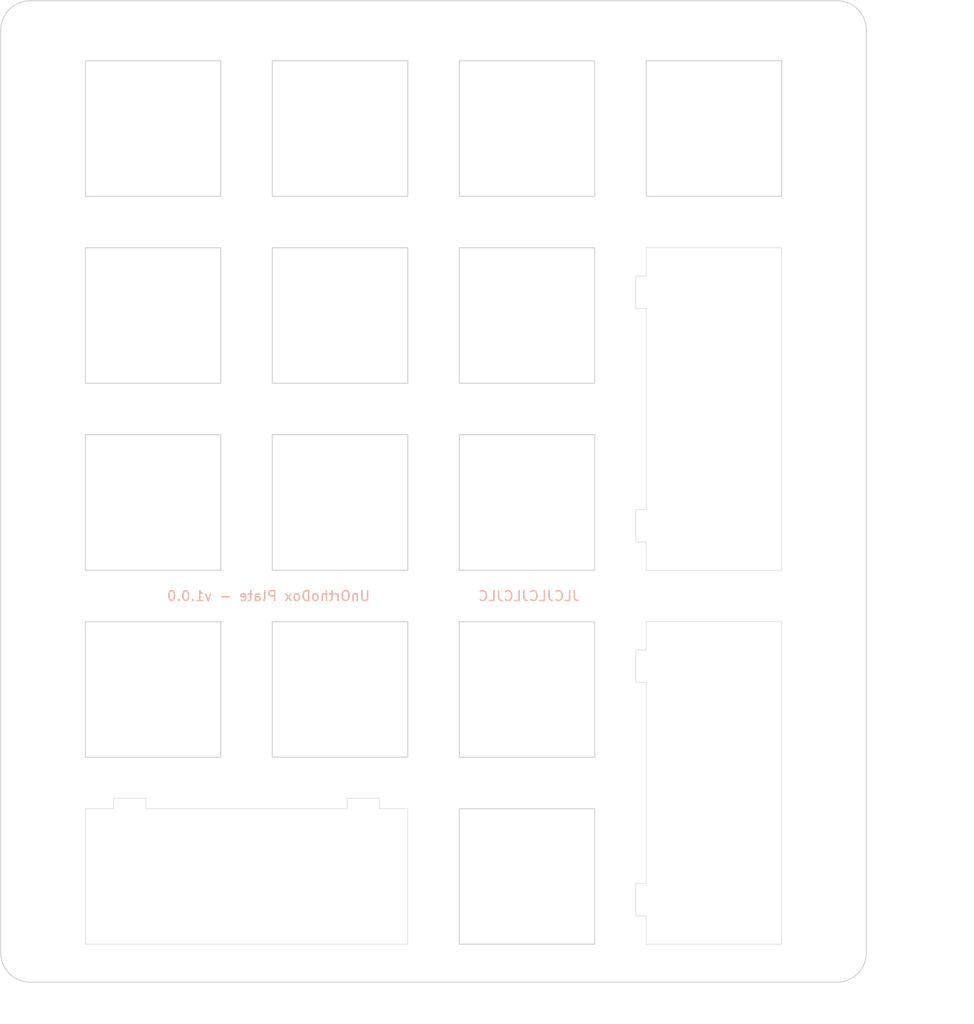
<source format=kicad_pcb>
(kicad_pcb (version 20221018) (generator pcbnew)
  (title_block (title "UnOrhtoDox Plate") (date "2023-07-11") (rev "v1.0.0") (company "Tweety's Wild Thinking") (comment 1 "Markus Knutsson <markus.knutsson@tweety.se>") (comment 2 "https://github.com/TweetyDaBird") (comment 3 "Licensed under Creative Commons BY-SA 4.0 International "))
  (layers (0 "F.Cu" signal) (31 "B.Cu" signal) (34 "B.Paste" user) (35 "F.Paste" user) (36 "B.SilkS" user "B.Silkscreen") (37 "F.SilkS" user "F.Silkscreen") (38 "B.Mask" user) (39 "F.Mask" user) (44 "Edge.Cuts" user))
  (net 0 "")
  (footprint "Keyboard_Plate:SW_MX_Plate_Placeholder_nodrill_NOBORDER" (layer "F.Cu") (at 157.89 99.81)
    (fp_text reference "SW15" hide)
    (fp_text value "SW_MX_HotSwap" hide)
    (fp_line (start -6.9 -6.9) (end -6.9 6.9) (stroke (width 0.1)) (layer "Edge.Cuts"))
    (fp_line (start -6.9 6.9) (end 6.9 6.9) (stroke (width 0.1)) (layer "Edge.Cuts"))
    (fp_line (start 6.9 -6.9) (end -6.9 -6.9) (stroke (width 0.1)) (layer "Edge.Cuts"))
    (fp_line (start 6.9 6.9) (end 6.9 -6.9) (stroke (width 0.1)) (layer "Edge.Cuts"))
  )
  (footprint "Keyboard_Plate:SW_MX_Plate_Placeholder_nodrill_NOBORDER" (layer "F.Cu") (at 138.84 42.66)
    (fp_text reference "SW2" hide)
    (fp_text value "SW_MX_HotSwap" hide)
    (fp_line (start -6.9 -6.9) (end -6.9 6.9) (stroke (width 0.1)) (layer "Edge.Cuts"))
    (fp_line (start -6.9 6.9) (end 6.9 6.9) (stroke (width 0.1)) (layer "Edge.Cuts"))
    (fp_line (start 6.9 -6.9) (end -6.9 -6.9) (stroke (width 0.1)) (layer "Edge.Cuts"))
    (fp_line (start 6.9 6.9) (end 6.9 -6.9) (stroke (width 0.1)) (layer "Edge.Cuts"))
  )
  (footprint "Keyboard_Plate:Spacer Plate hole" (layer "F.Cu") (at 107.265 126.635)
    (fp_text reference "H2" hide)
    (fp_text value "Spacer_PCB" hide)
    (pad "" np_thru_hole circle (at 0 0) (size 2.5 2.5) (drill 2.5) (layers "*.Cu" "*.Mask"))
  )
  (footprint "Keyboard_Plate:Spacer Plate hole" (layer "F.Cu") (at 189.465 126.635)
    (fp_text reference "H4" hide)
    (fp_text value "Spacer_PCB" hide)
    (pad "" np_thru_hole circle (at 0 0) (size 2.5 2.5) (drill 2.5) (layers "*.Cu" "*.Mask"))
  )
  (footprint "Keyboard_Plate:SW_MX_Plate_Placeholder_nodrill_NOBORDER" (layer "F.Cu") (at 119.79 61.71)
    (fp_text reference "SW5" hide)
    (fp_text value "SW_MX_HotSwap" hide)
    (fp_line (start -6.9 -6.9) (end -6.9 6.9) (stroke (width 0.1)) (layer "Edge.Cuts"))
    (fp_line (start -6.9 6.9) (end 6.9 6.9) (stroke (width 0.1)) (layer "Edge.Cuts"))
    (fp_line (start 6.9 -6.9) (end -6.9 -6.9) (stroke (width 0.1)) (layer "Edge.Cuts"))
    (fp_line (start 6.9 6.9) (end 6.9 -6.9) (stroke (width 0.1)) (layer "Edge.Cuts"))
  )
  (footprint "Keyboard_Plate:SW_MX_Plate_Placeholder_nodrill_NOBORDER" (layer "F.Cu") (at 176.94 42.66)
    (fp_text reference "SW4" hide)
    (fp_text value "SW_MX_HotSwap" hide)
    (fp_line (start -6.9 -6.9) (end -6.9 6.9) (stroke (width 0.1)) (layer "Edge.Cuts"))
    (fp_line (start -6.9 6.9) (end 6.9 6.9) (stroke (width 0.1)) (layer "Edge.Cuts"))
    (fp_line (start 6.9 -6.9) (end -6.9 -6.9) (stroke (width 0.1)) (layer "Edge.Cuts"))
    (fp_line (start 6.9 6.9) (end 6.9 -6.9) (stroke (width 0.1)) (layer "Edge.Cuts"))
  )
  (footprint "Keyboard_Plate:SW_MX_Plate_Placeholder_nodrill_NOBORDER" (layer "F.Cu") (at 157.89 118.86)
    (fp_text reference "SW19" hide)
    (fp_text value "SW_MX_HotSwap" hide)
    (fp_line (start -6.9 -6.9) (end -6.9 6.9) (stroke (width 0.1)) (layer "Edge.Cuts"))
    (fp_line (start -6.9 6.9) (end 6.9 6.9) (stroke (width 0.1)) (layer "Edge.Cuts"))
    (fp_line (start 6.9 -6.9) (end -6.9 -6.9) (stroke (width 0.1)) (layer "Edge.Cuts"))
    (fp_line (start 6.9 6.9) (end 6.9 -6.9) (stroke (width 0.1)) (layer "Edge.Cuts"))
  )
  (footprint "Keyboard_Plate:SW_MX_Plate_Placeholder_nodrill_NOBORDER" (layer "F.Cu") (at 138.84 99.81)
    (fp_text reference "SW14" hide)
    (fp_text value "SW_MX_HotSwap" hide)
    (fp_line (start -6.9 -6.9) (end -6.9 6.9) (stroke (width 0.1)) (layer "Edge.Cuts"))
    (fp_line (start -6.9 6.9) (end 6.9 6.9) (stroke (width 0.1)) (layer "Edge.Cuts"))
    (fp_line (start 6.9 -6.9) (end -6.9 -6.9) (stroke (width 0.1)) (layer "Edge.Cuts"))
    (fp_line (start 6.9 6.9) (end 6.9 -6.9) (stroke (width 0.1)) (layer "Edge.Cuts"))
  )
  (footprint "Keyboard_Plate:SW_MX_Plate_Placeholder_nodrill_NOBORDER" (layer "F.Cu") (at 138.84 80.76)
    (fp_text reference "SW10" hide)
    (fp_text value "SW_MX_HotSwap" hide)
    (fp_line (start -6.9 -6.9) (end -6.9 6.9) (stroke (width 0.1)) (layer "Edge.Cuts"))
    (fp_line (start -6.9 6.9) (end 6.9 6.9) (stroke (width 0.1)) (layer "Edge.Cuts"))
    (fp_line (start 6.9 -6.9) (end -6.9 -6.9) (stroke (width 0.1)) (layer "Edge.Cuts"))
    (fp_line (start 6.9 6.9) (end 6.9 -6.9) (stroke (width 0.1)) (layer "Edge.Cuts"))
  )
  (footprint "Keyboard_Plate:SW_MX_Plate_Placeholder_nodrill_NOBORDER" (layer "F.Cu") (at 119.79 80.76)
    (fp_text reference "SW9" hide)
    (fp_text value "SW_MX_HotSwap" hide)
    (fp_line (start -6.9 -6.9) (end -6.9 6.9) (stroke (width 0.1)) (layer "Edge.Cuts"))
    (fp_line (start -6.9 6.9) (end 6.9 6.9) (stroke (width 0.1)) (layer "Edge.Cuts"))
    (fp_line (start 6.9 -6.9) (end -6.9 -6.9) (stroke (width 0.1)) (layer "Edge.Cuts"))
    (fp_line (start 6.9 6.9) (end 6.9 -6.9) (stroke (width 0.1)) (layer "Edge.Cuts"))
  )
  (footprint "Keyboard_Plate:Spacer Plate hole" (layer "F.Cu") (at 189.465 32.635)
    (fp_text reference "H3" hide)
    (fp_text value "Spacer_PCB" hide)
    (pad "" np_thru_hole circle (at 0 0) (size 2.5 2.5) (drill 2.5) (layers "*.Cu" "*.Mask"))
  )
  (footprint "Keyboard_Plate:Stabilizer_Cherry_MX_2.00u_PLate_1_2" (layer "F.Cu") (at 129.315 118.86 180)
    (fp_text reference "ST1" hide)
    (fp_text value "Stabilizer_2u_MX")
    (fp_line (start -16.425 -6.9) (end -16.425 6.9) (stroke (width 0.05)) (layer "Edge.Cuts"))
    (fp_line (start -16.425 -6.9) (end 16.425 -6.9) (stroke (width 0.05)) (layer "Edge.Cuts"))
    (fp_line (start -13.55 6.9) (end -16.425 6.9) (stroke (width 0.05)) (layer "Edge.Cuts"))
    (fp_line (start -13.55 7.97) (end -13.55 6.9) (stroke (width 0.05)) (layer "Edge.Cuts"))
    (fp_line (start -10.25 6.9) (end 10.25 6.9) (stroke (width 0.05)) (layer "Edge.Cuts"))
    (fp_line (start -10.25 7.97) (end -13.55 7.97) (stroke (width 0.05)) (layer "Edge.Cuts"))
    (fp_line (start -10.25 7.97) (end -10.25 6.9) (stroke (width 0.05)) (layer "Edge.Cuts"))
    (fp_line (start 10.25 7.97) (end 10.25 6.9) (stroke (width 0.05)) (layer "Edge.Cuts"))
    (fp_line (start 10.25 7.97) (end 13.55 7.97) (stroke (width 0.05)) (layer "Edge.Cuts"))
    (fp_line (start 13.55 6.9) (end 16.425 6.9) (stroke (width 0.05)) (layer "Edge.Cuts"))
    (fp_line (start 13.55 7.97) (end 13.55 6.9) (stroke (width 0.05)) (layer "Edge.Cuts"))
    (fp_line (start 16.425 -6.9) (end 16.425 6.9) (stroke (width 0.05)) (layer "Edge.Cuts"))
  )
  (footprint "Keyboard_Plate:SW_MX_Plate_Placeholder_nodrill_NOBORDER" (layer "F.Cu") (at 119.79 42.66)
    (fp_text reference "SW1" hide)
    (fp_text value "SW_MX_HotSwap" hide)
    (fp_line (start -6.9 -6.9) (end -6.9 6.9) (stroke (width 0.1)) (layer "Edge.Cuts"))
    (fp_line (start -6.9 6.9) (end 6.9 6.9) (stroke (width 0.1)) (layer "Edge.Cuts"))
    (fp_line (start 6.9 -6.9) (end -6.9 -6.9) (stroke (width 0.1)) (layer "Edge.Cuts"))
    (fp_line (start 6.9 6.9) (end 6.9 -6.9) (stroke (width 0.1)) (layer "Edge.Cuts"))
  )
  (footprint "Keyboard_Plate:Spacer Plate hole" (layer "F.Cu") (at 107.27 32.64 90)
    (fp_text reference "H1" hide)
    (fp_text value "Spacer_PCB" hide)
    (pad "" np_thru_hole circle (at 0 0 90) (size 2.5 2.5) (drill 2.5) (layers "*.Cu" "*.Mask"))
  )
  (footprint "Keyboard_Plate:Stabilizer_Cherry_MX_2.00u_PLate_1_2" (layer "F.Cu") (at 176.94 71.235 -90)
    (fp_text reference "ST2" hide)
    (fp_text value "Stabilizer_2u_MX")
    (fp_line (start -16.425 -6.9) (end -16.425 6.9) (stroke (width 0.05)) (layer "Edge.Cuts"))
    (fp_line (start -16.425 -6.9) (end 16.425 -6.9) (stroke (width 0.05)) (layer "Edge.Cuts"))
    (fp_line (start -13.55 6.9) (end -16.425 6.9) (stroke (width 0.05)) (layer "Edge.Cuts"))
    (fp_line (start -13.55 7.97) (end -13.55 6.9) (stroke (width 0.05)) (layer "Edge.Cuts"))
    (fp_line (start -10.25 6.9) (end 10.25 6.9) (stroke (width 0.05)) (layer "Edge.Cuts"))
    (fp_line (start -10.25 7.97) (end -13.55 7.97) (stroke (width 0.05)) (layer "Edge.Cuts"))
    (fp_line (start -10.25 7.97) (end -10.25 6.9) (stroke (width 0.05)) (layer "Edge.Cuts"))
    (fp_line (start 10.25 7.97) (end 10.25 6.9) (stroke (width 0.05)) (layer "Edge.Cuts"))
    (fp_line (start 10.25 7.97) (end 13.55 7.97) (stroke (width 0.05)) (layer "Edge.Cuts"))
    (fp_line (start 13.55 6.9) (end 16.425 6.9) (stroke (width 0.05)) (layer "Edge.Cuts"))
    (fp_line (start 13.55 7.97) (end 13.55 6.9) (stroke (width 0.05)) (layer "Edge.Cuts"))
    (fp_line (start 16.425 -6.9) (end 16.425 6.9) (stroke (width 0.05)) (layer "Edge.Cuts"))
  )
  (footprint "Keyboard_Plate:Stabilizer_Cherry_MX_2.00u_PLate_1_2" (layer "F.Cu") (at 176.94 109.335 -90)
    (fp_text reference "ST3" hide)
    (fp_text value "Stabilizer_2u_MX")
    (fp_line (start -16.425 -6.9) (end -16.425 6.9) (stroke (width 0.05)) (layer "Edge.Cuts"))
    (fp_line (start -16.425 -6.9) (end 16.425 -6.9) (stroke (width 0.05)) (layer "Edge.Cuts"))
    (fp_line (start -13.55 6.9) (end -16.425 6.9) (stroke (width 0.05)) (layer "Edge.Cuts"))
    (fp_line (start -13.55 7.97) (end -13.55 6.9) (stroke (width 0.05)) (layer "Edge.Cuts"))
    (fp_line (start -10.25 6.9) (end 10.25 6.9) (stroke (width 0.05)) (layer "Edge.Cuts"))
    (fp_line (start -10.25 7.97) (end -13.55 7.97) (stroke (width 0.05)) (layer "Edge.Cuts"))
    (fp_line (start -10.25 7.97) (end -10.25 6.9) (stroke (width 0.05)) (layer "Edge.Cuts"))
    (fp_line (start 10.25 7.97) (end 10.25 6.9) (stroke (width 0.05)) (layer "Edge.Cuts"))
    (fp_line (start 10.25 7.97) (end 13.55 7.97) (stroke (width 0.05)) (layer "Edge.Cuts"))
    (fp_line (start 13.55 6.9) (end 16.425 6.9) (stroke (width 0.05)) (layer "Edge.Cuts"))
    (fp_line (start 13.55 7.97) (end 13.55 6.9) (stroke (width 0.05)) (layer "Edge.Cuts"))
    (fp_line (start 16.425 -6.9) (end 16.425 6.9) (stroke (width 0.05)) (layer "Edge.Cuts"))
  )
  (footprint "Keyboard_Plate:SW_MX_Plate_Placeholder_nodrill_NOBORDER" (layer "F.Cu") (at 138.84 61.71)
    (fp_text reference "SW6" hide)
    (fp_text value "SW_MX_HotSwap" hide)
    (fp_line (start -6.9 -6.9) (end -6.9 6.9) (stroke (width 0.1)) (layer "Edge.Cuts"))
    (fp_line (start -6.9 6.9) (end 6.9 6.9) (stroke (width 0.1)) (layer "Edge.Cuts"))
    (fp_line (start 6.9 -6.9) (end -6.9 -6.9) (stroke (width 0.1)) (layer "Edge.Cuts"))
    (fp_line (start 6.9 6.9) (end 6.9 -6.9) (stroke (width 0.1)) (layer "Edge.Cuts"))
  )
  (footprint "Keyboard_Plate:SW_MX_Plate_Placeholder_nodrill_NOBORDER" (layer "F.Cu") (at 157.89 42.66)
    (fp_text reference "SW3" hide)
    (fp_text value "SW_MX_HotSwap" hide)
    (fp_line (start -6.9 -6.9) (end -6.9 6.9) (stroke (width 0.1)) (layer "Edge.Cuts"))
    (fp_line (start -6.9 6.9) (end 6.9 6.9) (stroke (width 0.1)) (layer "Edge.Cuts"))
    (fp_line (start 6.9 -6.9) (end -6.9 -6.9) (stroke (width 0.1)) (layer "Edge.Cuts"))
    (fp_line (start 6.9 6.9) (end 6.9 -6.9) (stroke (width 0.1)) (layer "Edge.Cuts"))
  )
  (footprint "Keyboard_Plate:SW_MX_Plate_Placeholder_nodrill_NOBORDER" (layer "F.Cu") (at 119.79 99.81)
    (fp_text reference "SW13" hide)
    (fp_text value "SW_MX_HotSwap" hide)
    (fp_line (start -6.9 -6.9) (end -6.9 6.9) (stroke (width 0.1)) (layer "Edge.Cuts"))
    (fp_line (start -6.9 6.9) (end 6.9 6.9) (stroke (width 0.1)) (layer "Edge.Cuts"))
    (fp_line (start 6.9 -6.9) (end -6.9 -6.9) (stroke (width 0.1)) (layer "Edge.Cuts"))
    (fp_line (start 6.9 6.9) (end 6.9 -6.9) (stroke (width 0.1)) (layer "Edge.Cuts"))
  )
  (footprint "Keyboard_Plate:SW_MX_Plate_Placeholder_nodrill_NOBORDER" (layer "F.Cu") (at 157.89 80.76)
    (fp_text reference "SW11" hide)
    (fp_text value "SW_MX_HotSwap" hide)
    (fp_line (start -6.9 -6.9) (end -6.9 6.9) (stroke (width 0.1)) (layer "Edge.Cuts"))
    (fp_line (start -6.9 6.9) (end 6.9 6.9) (stroke (width 0.1)) (layer "Edge.Cuts"))
    (fp_line (start 6.9 -6.9) (end -6.9 -6.9) (stroke (width 0.1)) (layer "Edge.Cuts"))
    (fp_line (start 6.9 6.9) (end 6.9 -6.9) (stroke (width 0.1)) (layer "Edge.Cuts"))
  )
  (footprint "Keyboard_Plate:SW_MX_Plate_Placeholder_nodrill_NOBORDER" (layer "F.Cu") (at 157.89 61.71)
    (fp_text reference "SW7" hide)
    (fp_text value "SW_MX_HotSwap" hide)
    (fp_line (start -6.9 -6.9) (end -6.9 6.9) (stroke (width 0.1)) (layer "Edge.Cuts"))
    (fp_line (start -6.9 6.9) (end 6.9 6.9) (stroke (width 0.1)) (layer "Edge.Cuts"))
    (fp_line (start 6.9 -6.9) (end -6.9 -6.9) (stroke (width 0.1)) (layer "Edge.Cuts"))
    (fp_line (start 6.9 6.9) (end 6.9 -6.9) (stroke (width 0.1)) (layer "Edge.Cuts"))
  )
  (gr_arc (start 192.465 126.63) (mid 191.58632 128.75132) (end 189.465 129.63) (stroke (width 0.1)) (layer "Edge.Cuts"))
  (gr_line (start 192.465 126.63) (end 192.465 32.64) (stroke (width 0.1)) (layer "Edge.Cuts"))
  (gr_line (start 189.465 129.63) (end 107.27 129.63) (stroke (width 0.1)) (layer "Edge.Cuts"))
  (gr_line (start 107.27 29.64) (end 189.46 29.64) (stroke (width 0.1)) (layer "Edge.Cuts"))
  (gr_arc (start 104.27 32.64) (mid 105.14868 30.51868) (end 107.27 29.64) (stroke (width 0.1)) (layer "Edge.Cuts"))
  (gr_line (start 104.27 32.64) (end 104.27 126.63) (stroke (width 0.1)) (layer "Edge.Cuts"))
  (gr_arc (start 107.27 129.63) (mid 105.14868 128.75132) (end 104.27 126.63) (stroke (width 0.1)) (layer "Edge.Cuts"))
  (gr_arc (start 189.465 29.64) (mid 191.58632 30.51868) (end 192.465 32.64) (stroke (width 0.1)) (layer "Edge.Cuts"))
  (gr_text "JLCJLCJLCJLC" (at 158.09 90.29) (layer "B.SilkS") (effects (font (size 1 1)) (justify mirror)))
  (gr_text "UnOrthoDox Plate - v1.0.0" (at 131.55 90.29) (layer "B.SilkS") (effects (font (size 1 1)) (justify mirror)))
)
</source>
